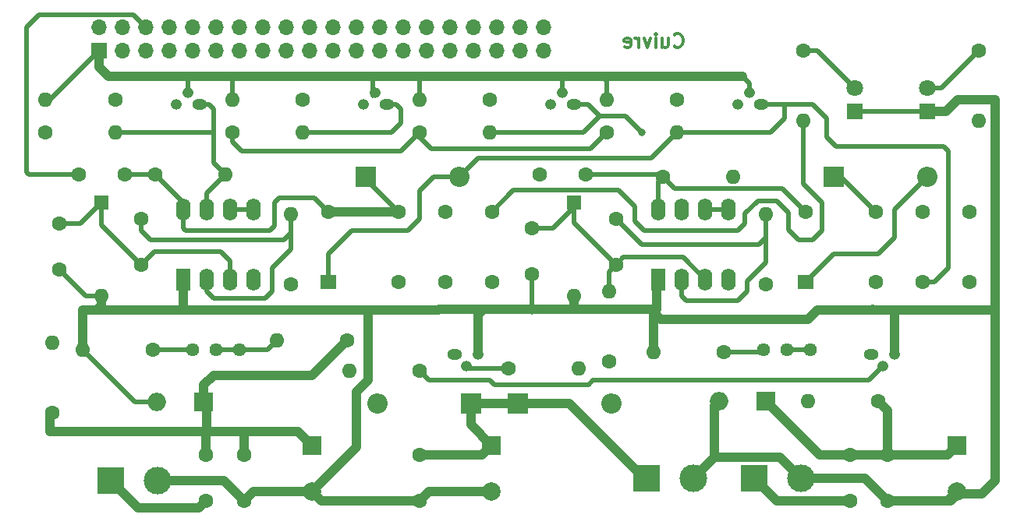
<source format=gbr>
%TF.GenerationSoftware,KiCad,Pcbnew,(5.1.8)-1*%
%TF.CreationDate,2020-12-03T12:02:38+01:00*%
%TF.ProjectId,repartiteur,72657061-7274-4697-9465-75722e6b6963,rev?*%
%TF.SameCoordinates,Original*%
%TF.FileFunction,Copper,L2,Bot*%
%TF.FilePolarity,Positive*%
%FSLAX46Y46*%
G04 Gerber Fmt 4.6, Leading zero omitted, Abs format (unit mm)*
G04 Created by KiCad (PCBNEW (5.1.8)-1) date 2020-12-03 12:02:38*
%MOMM*%
%LPD*%
G01*
G04 APERTURE LIST*
%TA.AperFunction,NonConductor*%
%ADD10C,0.300000*%
%TD*%
%TA.AperFunction,ComponentPad*%
%ADD11O,1.600000X1.600000*%
%TD*%
%TA.AperFunction,ComponentPad*%
%ADD12C,1.600000*%
%TD*%
%TA.AperFunction,ComponentPad*%
%ADD13O,1.200000X1.200000*%
%TD*%
%TA.AperFunction,ComponentPad*%
%ADD14O,1.600000X1.200000*%
%TD*%
%TA.AperFunction,ComponentPad*%
%ADD15R,1.800000X1.600000*%
%TD*%
%TA.AperFunction,ComponentPad*%
%ADD16R,1.600000X1.600000*%
%TD*%
%TA.AperFunction,ComponentPad*%
%ADD17O,2.200000X2.200000*%
%TD*%
%TA.AperFunction,ComponentPad*%
%ADD18R,2.200000X2.200000*%
%TD*%
%TA.AperFunction,ComponentPad*%
%ADD19O,2.000000X2.000000*%
%TD*%
%TA.AperFunction,ComponentPad*%
%ADD20R,2.000000X2.000000*%
%TD*%
%TA.AperFunction,ComponentPad*%
%ADD21C,3.000000*%
%TD*%
%TA.AperFunction,ComponentPad*%
%ADD22R,3.000000X3.000000*%
%TD*%
%TA.AperFunction,ComponentPad*%
%ADD23O,1.700000X1.700000*%
%TD*%
%TA.AperFunction,ComponentPad*%
%ADD24R,1.700000X1.700000*%
%TD*%
%TA.AperFunction,ComponentPad*%
%ADD25C,1.440000*%
%TD*%
%TA.AperFunction,ComponentPad*%
%ADD26O,1.600000X2.400000*%
%TD*%
%TA.AperFunction,ComponentPad*%
%ADD27R,1.600000X2.400000*%
%TD*%
%TA.AperFunction,ComponentPad*%
%ADD28C,2.000000*%
%TD*%
%TA.AperFunction,ComponentPad*%
%ADD29C,1.800000*%
%TD*%
%TA.AperFunction,ComponentPad*%
%ADD30R,1.800000X1.800000*%
%TD*%
%TA.AperFunction,ViaPad*%
%ADD31C,0.800000*%
%TD*%
%TA.AperFunction,Conductor*%
%ADD32C,0.500000*%
%TD*%
%TA.AperFunction,Conductor*%
%ADD33C,1.000000*%
%TD*%
G04 APERTURE END LIST*
D10*
X173700000Y-66575714D02*
X173771428Y-66647142D01*
X173985714Y-66718571D01*
X174128571Y-66718571D01*
X174342857Y-66647142D01*
X174485714Y-66504285D01*
X174557142Y-66361428D01*
X174628571Y-66075714D01*
X174628571Y-65861428D01*
X174557142Y-65575714D01*
X174485714Y-65432857D01*
X174342857Y-65290000D01*
X174128571Y-65218571D01*
X173985714Y-65218571D01*
X173771428Y-65290000D01*
X173700000Y-65361428D01*
X172414285Y-65718571D02*
X172414285Y-66718571D01*
X173057142Y-65718571D02*
X173057142Y-66504285D01*
X172985714Y-66647142D01*
X172842857Y-66718571D01*
X172628571Y-66718571D01*
X172485714Y-66647142D01*
X172414285Y-66575714D01*
X171700000Y-66718571D02*
X171700000Y-65718571D01*
X171700000Y-65218571D02*
X171771428Y-65290000D01*
X171700000Y-65361428D01*
X171628571Y-65290000D01*
X171700000Y-65218571D01*
X171700000Y-65361428D01*
X171128571Y-65718571D02*
X170771428Y-66718571D01*
X170414285Y-65718571D01*
X169842857Y-66718571D02*
X169842857Y-65718571D01*
X169842857Y-66004285D02*
X169771428Y-65861428D01*
X169700000Y-65790000D01*
X169557142Y-65718571D01*
X169414285Y-65718571D01*
X168342857Y-66647142D02*
X168485714Y-66718571D01*
X168771428Y-66718571D01*
X168914285Y-66647142D01*
X168985714Y-66504285D01*
X168985714Y-65932857D01*
X168914285Y-65790000D01*
X168771428Y-65718571D01*
X168485714Y-65718571D01*
X168342857Y-65790000D01*
X168271428Y-65932857D01*
X168271428Y-66075714D01*
X168985714Y-66218571D01*
D11*
%TO.P,R17,2*%
%TO.N,GNDA*%
X171450000Y-99822000D03*
D12*
%TO.P,R17,1*%
%TO.N,Net-(C7-Pad1)*%
X179070000Y-99822000D03*
%TD*%
D13*
%TO.P,Q1,3*%
%TO.N,Net-(J2-Pad13)*%
X119634000Y-72898000D03*
%TO.P,Q1,2*%
%TO.N,/3\u002C3V*%
X120904000Y-71628000D03*
D14*
%TO.P,Q1,1*%
%TO.N,Net-(Q1-Pad1)*%
X122174000Y-72898000D03*
%TD*%
D13*
%TO.P,Q3,3*%
%TO.N,Net-(J2-Pad37)*%
X180594000Y-72898000D03*
%TO.P,Q3,2*%
%TO.N,/3\u002C3V*%
X181864000Y-71628000D03*
D14*
%TO.P,Q3,1*%
%TO.N,Net-(D2-Pad2)*%
X183134000Y-72898000D03*
%TD*%
D13*
%TO.P,Q4,3*%
%TO.N,Net-(J2-Pad22)*%
X160274000Y-72898000D03*
%TO.P,Q4,2*%
%TO.N,/3\u002C3V*%
X161544000Y-71628000D03*
D14*
%TO.P,Q4,1*%
%TO.N,Net-(D5-Pad2)*%
X162814000Y-72898000D03*
%TD*%
D13*
%TO.P,Q6,3*%
%TO.N,Net-(J2-Pad18)*%
X139954000Y-72898000D03*
%TO.P,Q6,2*%
%TO.N,/3\u002C3V*%
X141224000Y-71628000D03*
D14*
%TO.P,Q6,1*%
%TO.N,Net-(Q6-Pad1)*%
X142494000Y-72898000D03*
%TD*%
D11*
%TO.P,R3,2*%
%TO.N,Net-(C4-Pad1)*%
X132080000Y-84836000D03*
D12*
%TO.P,R3,1*%
%TO.N,Net-(Q1-Pad1)*%
X132080000Y-92456000D03*
%TD*%
%TO.P,K2,12*%
%TO.N,Net-(D2-Pad2)*%
X200660000Y-92202000D03*
%TO.P,K2,14*%
%TO.N,Net-(K2-Pad14)*%
X205740000Y-92202000D03*
%TO.P,K2,11*%
%TO.N,Net-(K2-Pad11)*%
X195580000Y-92202000D03*
%TO.P,K2,A2*%
%TO.N,/VDD2_AF*%
X187960000Y-84582000D03*
D15*
%TO.P,K2,A1*%
%TO.N,Net-(D5-Pad2)*%
X187960000Y-92202000D03*
D12*
%TO.P,K2,24*%
%TO.N,Net-(D4-Pad2)*%
X205740000Y-84582000D03*
%TO.P,K2,22*%
%TO.N,Net-(K2-Pad22)*%
X200660000Y-84582000D03*
%TO.P,K2,21*%
%TO.N,/VDD2_AF*%
X195580000Y-84582000D03*
%TD*%
D11*
%TO.P,R11,2*%
%TO.N,/3\u002C3V*%
X146050000Y-72390000D03*
D12*
%TO.P,R11,1*%
%TO.N,Net-(J2-Pad22)*%
X153670000Y-72390000D03*
%TD*%
D11*
%TO.P,R8,2*%
%TO.N,Net-(D2-Pad2)*%
X173990000Y-75946000D03*
D12*
%TO.P,R8,1*%
%TO.N,/VDD_OUT*%
X166370000Y-75946000D03*
%TD*%
D11*
%TO.P,R9,2*%
%TO.N,/3\u002C3V*%
X166370000Y-72390000D03*
D12*
%TO.P,R9,1*%
%TO.N,Net-(J2-Pad37)*%
X173990000Y-72390000D03*
%TD*%
%TO.P,C1,2*%
%TO.N,GNDA*%
X106934000Y-90852000D03*
%TO.P,C1,1*%
%TO.N,/Vref1*%
X106934000Y-85852000D03*
%TD*%
%TO.P,C3,2*%
%TO.N,GNDA*%
X127000000Y-115980000D03*
%TO.P,C3,1*%
%TO.N,/VDD1_AF*%
X127000000Y-110980000D03*
%TD*%
%TO.P,C4,2*%
%TO.N,/Vref1*%
X115824000Y-90344000D03*
%TO.P,C4,1*%
%TO.N,Net-(C4-Pad1)*%
X115824000Y-85344000D03*
%TD*%
%TO.P,C7,2*%
%TO.N,/Vref2*%
X167386000Y-90344000D03*
%TO.P,C7,1*%
%TO.N,Net-(C7-Pad1)*%
X167386000Y-85344000D03*
%TD*%
%TO.P,C9,2*%
%TO.N,GNDA*%
X196850000Y-115998000D03*
%TO.P,C9,1*%
%TO.N,/VDD2_AF*%
X196850000Y-110998000D03*
%TD*%
%TO.P,C10,2*%
%TO.N,GNDA*%
X158242000Y-91360000D03*
%TO.P,C10,1*%
%TO.N,/Vref2*%
X158242000Y-86360000D03*
%TD*%
%TO.P,C11,2*%
%TO.N,GNDA*%
X109046000Y-80518000D03*
%TO.P,C11,1*%
%TO.N,/VDD1_AF*%
X114046000Y-80518000D03*
%TD*%
%TO.P,C12,2*%
%TO.N,GNDA*%
X159084000Y-80518000D03*
%TO.P,C12,1*%
%TO.N,/VDD2_AF*%
X164084000Y-80518000D03*
%TD*%
D11*
%TO.P,D1,2*%
%TO.N,GNDA*%
X111506000Y-93726000D03*
D16*
%TO.P,D1,1*%
%TO.N,/Vref1*%
X111506000Y-83566000D03*
%TD*%
D17*
%TO.P,D2,2*%
%TO.N,Net-(D2-Pad2)*%
X150368000Y-80772000D03*
D18*
%TO.P,D2,1*%
%TO.N,/VDD1_AF*%
X140208000Y-80772000D03*
%TD*%
D17*
%TO.P,D3,2*%
%TO.N,Net-(D3-Pad2)*%
X141478000Y-105410000D03*
D18*
%TO.P,D3,1*%
%TO.N,/VDD_OUT*%
X151638000Y-105410000D03*
%TD*%
D17*
%TO.P,D4,2*%
%TO.N,Net-(D4-Pad2)*%
X166878000Y-105410000D03*
D18*
%TO.P,D4,1*%
%TO.N,/VDD_OUT*%
X156718000Y-105410000D03*
%TD*%
D17*
%TO.P,D5,2*%
%TO.N,Net-(D5-Pad2)*%
X201168000Y-80772000D03*
D18*
%TO.P,D5,1*%
%TO.N,/VDD2_AF*%
X191008000Y-80772000D03*
%TD*%
D11*
%TO.P,D6,2*%
%TO.N,GNDA*%
X162814000Y-93726000D03*
D16*
%TO.P,D6,1*%
%TO.N,/Vref2*%
X162814000Y-83566000D03*
%TD*%
D19*
%TO.P,D7,2*%
%TO.N,GNDA*%
X117540000Y-105230000D03*
D20*
%TO.P,D7,1*%
%TO.N,/VDD1_AF*%
X122620000Y-105230000D03*
%TD*%
D19*
%TO.P,D8,2*%
%TO.N,GNDA*%
X178562000Y-105156000D03*
D20*
%TO.P,D8,1*%
%TO.N,/VDD2_AF*%
X183642000Y-105156000D03*
%TD*%
D12*
%TO.P,F1,2*%
%TO.N,/VDD1*%
X122870000Y-115980000D03*
%TO.P,F1,1*%
%TO.N,/VDD1_AF*%
X122870000Y-110980000D03*
%TD*%
%TO.P,F2,2*%
%TO.N,/VDD2*%
X192786000Y-115998000D03*
%TO.P,F2,1*%
%TO.N,/VDD2_AF*%
X192786000Y-110998000D03*
%TD*%
D21*
%TO.P,J1,2*%
%TO.N,GNDA*%
X117602000Y-113792000D03*
D22*
%TO.P,J1,1*%
%TO.N,/VDD1*%
X112522000Y-113792000D03*
%TD*%
D23*
%TO.P,J2,40*%
%TO.N,Net-(J2-Pad40)*%
X159512000Y-64516000D03*
%TO.P,J2,39*%
%TO.N,Net-(J2-Pad39)*%
X159512000Y-67056000D03*
%TO.P,J2,38*%
%TO.N,Net-(J2-Pad38)*%
X156972000Y-64516000D03*
%TO.P,J2,37*%
%TO.N,Net-(J2-Pad37)*%
X156972000Y-67056000D03*
%TO.P,J2,36*%
%TO.N,Net-(J2-Pad36)*%
X154432000Y-64516000D03*
%TO.P,J2,35*%
%TO.N,Net-(J2-Pad35)*%
X154432000Y-67056000D03*
%TO.P,J2,34*%
%TO.N,Net-(J2-Pad34)*%
X151892000Y-64516000D03*
%TO.P,J2,33*%
%TO.N,Net-(J2-Pad33)*%
X151892000Y-67056000D03*
%TO.P,J2,32*%
%TO.N,Net-(J2-Pad32)*%
X149352000Y-64516000D03*
%TO.P,J2,31*%
%TO.N,Net-(J2-Pad31)*%
X149352000Y-67056000D03*
%TO.P,J2,30*%
%TO.N,Net-(J2-Pad30)*%
X146812000Y-64516000D03*
%TO.P,J2,29*%
%TO.N,Net-(J2-Pad29)*%
X146812000Y-67056000D03*
%TO.P,J2,28*%
%TO.N,Net-(J2-Pad28)*%
X144272000Y-64516000D03*
%TO.P,J2,27*%
%TO.N,Net-(J2-Pad27)*%
X144272000Y-67056000D03*
%TO.P,J2,26*%
%TO.N,Net-(J2-Pad26)*%
X141732000Y-64516000D03*
%TO.P,J2,25*%
%TO.N,Net-(J2-Pad25)*%
X141732000Y-67056000D03*
%TO.P,J2,24*%
%TO.N,Net-(J2-Pad24)*%
X139192000Y-64516000D03*
%TO.P,J2,23*%
%TO.N,Net-(J2-Pad23)*%
X139192000Y-67056000D03*
%TO.P,J2,22*%
%TO.N,Net-(J2-Pad22)*%
X136652000Y-64516000D03*
%TO.P,J2,21*%
%TO.N,Net-(J2-Pad21)*%
X136652000Y-67056000D03*
%TO.P,J2,20*%
%TO.N,Net-(J2-Pad20)*%
X134112000Y-64516000D03*
%TO.P,J2,19*%
%TO.N,Net-(J2-Pad19)*%
X134112000Y-67056000D03*
%TO.P,J2,18*%
%TO.N,Net-(J2-Pad18)*%
X131572000Y-64516000D03*
%TO.P,J2,17*%
%TO.N,Net-(J2-Pad17)*%
X131572000Y-67056000D03*
%TO.P,J2,16*%
%TO.N,Net-(J2-Pad16)*%
X129032000Y-64516000D03*
%TO.P,J2,15*%
%TO.N,Net-(J2-Pad15)*%
X129032000Y-67056000D03*
%TO.P,J2,14*%
%TO.N,Net-(J2-Pad14)*%
X126492000Y-64516000D03*
%TO.P,J2,13*%
%TO.N,Net-(J2-Pad13)*%
X126492000Y-67056000D03*
%TO.P,J2,12*%
%TO.N,Net-(J2-Pad12)*%
X123952000Y-64516000D03*
%TO.P,J2,11*%
%TO.N,Net-(J2-Pad11)*%
X123952000Y-67056000D03*
%TO.P,J2,10*%
%TO.N,Net-(J2-Pad10)*%
X121412000Y-64516000D03*
%TO.P,J2,9*%
%TO.N,Net-(J2-Pad9)*%
X121412000Y-67056000D03*
%TO.P,J2,8*%
%TO.N,Net-(J2-Pad8)*%
X118872000Y-64516000D03*
%TO.P,J2,7*%
%TO.N,Net-(J2-Pad7)*%
X118872000Y-67056000D03*
%TO.P,J2,6*%
%TO.N,GNDA*%
X116332000Y-64516000D03*
%TO.P,J2,5*%
%TO.N,Net-(J2-Pad5)*%
X116332000Y-67056000D03*
%TO.P,J2,4*%
%TO.N,Net-(J2-Pad4)*%
X113792000Y-64516000D03*
%TO.P,J2,3*%
%TO.N,Net-(J2-Pad3)*%
X113792000Y-67056000D03*
%TO.P,J2,2*%
%TO.N,Net-(J2-Pad2)*%
X111252000Y-64516000D03*
D24*
%TO.P,J2,1*%
%TO.N,/3\u002C3V*%
X111252000Y-67056000D03*
%TD*%
D21*
%TO.P,J3,2*%
%TO.N,GNDA*%
X175768000Y-113538000D03*
D22*
%TO.P,J3,1*%
%TO.N,/VDD_OUT*%
X170688000Y-113538000D03*
%TD*%
D21*
%TO.P,J4,2*%
%TO.N,GNDA*%
X187452000Y-113538000D03*
D22*
%TO.P,J4,1*%
%TO.N,/VDD2*%
X182372000Y-113538000D03*
%TD*%
D12*
%TO.P,K1,12*%
%TO.N,Net-(D5-Pad2)*%
X148844000Y-92202000D03*
%TO.P,K1,14*%
%TO.N,Net-(K1-Pad14)*%
X153924000Y-92202000D03*
%TO.P,K1,11*%
%TO.N,Net-(K1-Pad11)*%
X143764000Y-92202000D03*
%TO.P,K1,A2*%
%TO.N,/VDD1_AF*%
X136144000Y-84582000D03*
D15*
%TO.P,K1,A1*%
%TO.N,Net-(D2-Pad2)*%
X136144000Y-92202000D03*
D12*
%TO.P,K1,24*%
%TO.N,Net-(D3-Pad2)*%
X153924000Y-84582000D03*
%TO.P,K1,22*%
%TO.N,Net-(K1-Pad22)*%
X148844000Y-84582000D03*
%TO.P,K1,21*%
%TO.N,/VDD1_AF*%
X143764000Y-84582000D03*
%TD*%
D13*
%TO.P,Q2,3*%
%TO.N,GNDA*%
X197612000Y-100076000D03*
%TO.P,Q2,2*%
%TO.N,Net-(Q2-Pad2)*%
X196342000Y-101346000D03*
D14*
%TO.P,Q2,1*%
%TO.N,Net-(K2-Pad11)*%
X195072000Y-100076000D03*
%TD*%
D13*
%TO.P,Q5,3*%
%TO.N,GNDA*%
X152400000Y-100076000D03*
%TO.P,Q5,2*%
%TO.N,Net-(Q5-Pad2)*%
X151130000Y-101346000D03*
D14*
%TO.P,Q5,1*%
%TO.N,Net-(K1-Pad11)*%
X149860000Y-100076000D03*
%TD*%
D11*
%TO.P,R1,2*%
%TO.N,/Vref1*%
X106172000Y-98806000D03*
D12*
%TO.P,R1,1*%
%TO.N,/VDD1_AF*%
X106172000Y-106426000D03*
%TD*%
D11*
%TO.P,R2,2*%
%TO.N,GNDA*%
X109474000Y-99568000D03*
D12*
%TO.P,R2,1*%
%TO.N,Net-(C4-Pad1)*%
X117094000Y-99568000D03*
%TD*%
D11*
%TO.P,R4,2*%
%TO.N,Net-(Q1-Pad1)*%
X124968000Y-80518000D03*
D12*
%TO.P,R4,1*%
%TO.N,/VDD1_AF*%
X117348000Y-80518000D03*
%TD*%
D11*
%TO.P,R5,2*%
%TO.N,Net-(Q1-Pad1)*%
X113030000Y-75946000D03*
D12*
%TO.P,R5,1*%
%TO.N,/VDD_OUT*%
X105410000Y-75946000D03*
%TD*%
D11*
%TO.P,R6,2*%
%TO.N,Net-(Q1-Pad1)*%
X138430000Y-101854000D03*
D12*
%TO.P,R6,1*%
%TO.N,Net-(Q2-Pad2)*%
X146050000Y-101854000D03*
%TD*%
D11*
%TO.P,R7,2*%
%TO.N,/3\u002C3V*%
X105410000Y-72390000D03*
D12*
%TO.P,R7,1*%
%TO.N,Net-(J2-Pad13)*%
X113030000Y-72390000D03*
%TD*%
D11*
%TO.P,R10,2*%
%TO.N,Net-(D5-Pad2)*%
X153670000Y-75946000D03*
D12*
%TO.P,R10,1*%
%TO.N,/VDD_OUT*%
X146050000Y-75946000D03*
%TD*%
D11*
%TO.P,R12,2*%
%TO.N,Net-(Q6-Pad1)*%
X163322000Y-101600000D03*
D12*
%TO.P,R12,1*%
%TO.N,Net-(Q5-Pad2)*%
X155702000Y-101600000D03*
%TD*%
D11*
%TO.P,R13,2*%
%TO.N,Net-(Q6-Pad1)*%
X180086000Y-80772000D03*
D12*
%TO.P,R13,1*%
%TO.N,/VDD2_AF*%
X172466000Y-80772000D03*
%TD*%
D11*
%TO.P,R14,2*%
%TO.N,Net-(Q6-Pad1)*%
X133350000Y-75946000D03*
D12*
%TO.P,R14,1*%
%TO.N,/VDD_OUT*%
X125730000Y-75946000D03*
%TD*%
D11*
%TO.P,R15,2*%
%TO.N,Net-(C7-Pad1)*%
X183642000Y-84836000D03*
D12*
%TO.P,R15,1*%
%TO.N,Net-(Q6-Pad1)*%
X183642000Y-92456000D03*
%TD*%
D11*
%TO.P,R16,2*%
%TO.N,/3\u002C3V*%
X125730000Y-72390000D03*
D12*
%TO.P,R16,1*%
%TO.N,Net-(J2-Pad18)*%
X133350000Y-72390000D03*
%TD*%
D11*
%TO.P,R18,2*%
%TO.N,/Vref2*%
X166624000Y-93218000D03*
D12*
%TO.P,R18,1*%
%TO.N,/VDD2_AF*%
X166624000Y-100838000D03*
%TD*%
D11*
%TO.P,R19,2*%
%TO.N,Net-(R19-Pad2)*%
X130556000Y-98552000D03*
D12*
%TO.P,R19,1*%
%TO.N,/VDD1_AF*%
X138176000Y-98552000D03*
%TD*%
D11*
%TO.P,R20,2*%
%TO.N,Net-(R20-Pad2)*%
X188214000Y-105156000D03*
D12*
%TO.P,R20,1*%
%TO.N,/VDD2_AF*%
X195834000Y-105156000D03*
%TD*%
D25*
%TO.P,RV1,3*%
%TO.N,Net-(C4-Pad1)*%
X121412000Y-99568000D03*
%TO.P,RV1,2*%
%TO.N,Net-(R19-Pad2)*%
X123952000Y-99568000D03*
%TO.P,RV1,1*%
X126492000Y-99568000D03*
%TD*%
%TO.P,RV2,3*%
%TO.N,Net-(C7-Pad1)*%
X183388000Y-99568000D03*
%TO.P,RV2,2*%
%TO.N,Net-(R20-Pad2)*%
X185928000Y-99568000D03*
%TO.P,RV2,1*%
X188468000Y-99568000D03*
%TD*%
D26*
%TO.P,U1,8*%
%TO.N,/VDD1_AF*%
X120396000Y-84328000D03*
%TO.P,U1,4*%
%TO.N,GNDA*%
X128016000Y-91948000D03*
%TO.P,U1,7*%
%TO.N,Net-(Q1-Pad1)*%
X122936000Y-84328000D03*
%TO.P,U1,3*%
%TO.N,/Vref1*%
X125476000Y-91948000D03*
%TO.P,U1,6*%
%TO.N,Net-(U1-Pad5)*%
X125476000Y-84328000D03*
%TO.P,U1,2*%
%TO.N,Net-(C4-Pad1)*%
X122936000Y-91948000D03*
%TO.P,U1,5*%
%TO.N,Net-(U1-Pad5)*%
X128016000Y-84328000D03*
D27*
%TO.P,U1,1*%
%TO.N,GNDA*%
X120396000Y-91948000D03*
%TD*%
D26*
%TO.P,U2,8*%
%TO.N,/VDD2_AF*%
X171958000Y-84328000D03*
%TO.P,U2,4*%
%TO.N,GNDA*%
X179578000Y-91948000D03*
%TO.P,U2,7*%
%TO.N,Net-(Q6-Pad1)*%
X174498000Y-84328000D03*
%TO.P,U2,3*%
%TO.N,/Vref2*%
X177038000Y-91948000D03*
%TO.P,U2,6*%
%TO.N,Net-(U2-Pad5)*%
X177038000Y-84328000D03*
%TO.P,U2,2*%
%TO.N,Net-(C7-Pad1)*%
X174498000Y-91948000D03*
%TO.P,U2,5*%
%TO.N,Net-(U2-Pad5)*%
X179578000Y-84328000D03*
D27*
%TO.P,U2,1*%
%TO.N,GNDA*%
X171958000Y-91948000D03*
%TD*%
D12*
%TO.P,C5,2*%
%TO.N,GNDA*%
X146050000Y-115998000D03*
%TO.P,C5,1*%
%TO.N,/VDD_OUT*%
X146050000Y-110998000D03*
%TD*%
D28*
%TO.P,C2,2*%
%TO.N,GNDA*%
X134370000Y-114980000D03*
D20*
%TO.P,C2,1*%
%TO.N,/VDD1_AF*%
X134370000Y-109980000D03*
%TD*%
D28*
%TO.P,C6,2*%
%TO.N,GNDA*%
X153870000Y-114980000D03*
D20*
%TO.P,C6,1*%
%TO.N,/VDD_OUT*%
X153870000Y-109980000D03*
%TD*%
D28*
%TO.P,C8,2*%
%TO.N,GNDA*%
X204370000Y-114980000D03*
D20*
%TO.P,C8,1*%
%TO.N,/VDD2_AF*%
X204370000Y-109980000D03*
%TD*%
D29*
%TO.P,D9,2*%
%TO.N,Net-(D9-Pad2)*%
X193294000Y-71120000D03*
D30*
%TO.P,D9,1*%
%TO.N,GNDA*%
X193294000Y-73660000D03*
%TD*%
D29*
%TO.P,D10,2*%
%TO.N,Net-(D10-Pad2)*%
X201168000Y-71120000D03*
D30*
%TO.P,D10,1*%
%TO.N,GNDA*%
X201168000Y-73660000D03*
%TD*%
D11*
%TO.P,R21,2*%
%TO.N,Net-(D3-Pad2)*%
X187706000Y-74676000D03*
D12*
%TO.P,R21,1*%
%TO.N,Net-(D9-Pad2)*%
X187706000Y-67056000D03*
%TD*%
D11*
%TO.P,R22,2*%
%TO.N,Net-(D4-Pad2)*%
X206756000Y-74676000D03*
D12*
%TO.P,R22,1*%
%TO.N,Net-(D10-Pad2)*%
X206756000Y-67056000D03*
%TD*%
D31*
%TO.N,Net-(D5-Pad2)*%
X170180000Y-75946000D03*
%TD*%
D32*
%TO.N,/Vref1*%
X115824000Y-90344000D02*
X117268000Y-88900000D01*
X117268000Y-88900000D02*
X124460000Y-88900000D01*
X125476000Y-89916000D02*
X125476000Y-91948000D01*
X124460000Y-88900000D02*
X125476000Y-89916000D01*
X109220000Y-85852000D02*
X111506000Y-83566000D01*
X106934000Y-85852000D02*
X109220000Y-85852000D01*
X111506000Y-86026000D02*
X115824000Y-90344000D01*
X111506000Y-83566000D02*
X111506000Y-86026000D01*
%TO.N,GNDA*%
X201168000Y-73660000D02*
X193294000Y-73660000D01*
D33*
X194390000Y-113538000D02*
X196850000Y-115998000D01*
X187452000Y-113538000D02*
X194390000Y-113538000D01*
X185201999Y-111287999D02*
X187452000Y-113538000D01*
X175768000Y-113538000D02*
X178018001Y-111287999D01*
X124812000Y-113792000D02*
X127000000Y-115980000D01*
X117602000Y-113792000D02*
X124812000Y-113792000D01*
X147068000Y-114980000D02*
X146050000Y-115998000D01*
X153870000Y-114980000D02*
X147068000Y-114980000D01*
X135388000Y-115998000D02*
X134370000Y-114980000D01*
X146050000Y-115998000D02*
X135388000Y-115998000D01*
X128000000Y-114980000D02*
X127000000Y-115980000D01*
X134370000Y-114980000D02*
X128000000Y-114980000D01*
D32*
X115136000Y-105230000D02*
X109474000Y-99568000D01*
X117540000Y-105230000D02*
X115136000Y-105230000D01*
D33*
X203708000Y-115998000D02*
X204470000Y-115236000D01*
X204470000Y-115236000D02*
X207090000Y-115236000D01*
X207090000Y-115236000D02*
X208534000Y-113792000D01*
X208280000Y-95250000D02*
X208534000Y-95504000D01*
X140462000Y-102870000D02*
X140462000Y-95250000D01*
X134370000Y-114980000D02*
X139174001Y-110175999D01*
X140462000Y-95250000D02*
X148082000Y-95250000D01*
X195275200Y-95199200D02*
X195326000Y-95250000D01*
D32*
X114981999Y-63165999D02*
X116332000Y-64516000D01*
X103395010Y-64498990D02*
X104728001Y-63165999D01*
X103395010Y-77978000D02*
X103395010Y-64498990D01*
X104728001Y-63165999D02*
X114981999Y-63165999D01*
X109046000Y-80518000D02*
X103632000Y-80518000D01*
X103632000Y-80518000D02*
X103395010Y-80281010D01*
X103395010Y-80281010D02*
X103395010Y-77978000D01*
X103395010Y-77978000D02*
X103395010Y-77724000D01*
D33*
X120396000Y-91948000D02*
X120396000Y-94996000D01*
X120396000Y-94996000D02*
X120142000Y-95250000D01*
X120142000Y-95250000D02*
X140462000Y-95250000D01*
X110998000Y-95250000D02*
X120142000Y-95250000D01*
D32*
X109808000Y-93726000D02*
X106934000Y-90852000D01*
X111506000Y-93726000D02*
X109808000Y-93726000D01*
D33*
X111506000Y-94742000D02*
X110998000Y-95250000D01*
X111506000Y-93726000D02*
X111506000Y-94742000D01*
X110998000Y-95250000D02*
X109474000Y-95250000D01*
X109474000Y-99568000D02*
X109474000Y-95250000D01*
X148132800Y-95199200D02*
X148082000Y-95250000D01*
X162814000Y-95148400D02*
X162763200Y-95199200D01*
X162814000Y-93726000D02*
X162814000Y-95148400D01*
D32*
X158242000Y-91360000D02*
X158242000Y-95504000D01*
D33*
X178018001Y-111287999D02*
X185201999Y-111287999D01*
X171754800Y-95199200D02*
X162763200Y-95199200D01*
X152400000Y-95758000D02*
X152958800Y-95199200D01*
X152400000Y-100076000D02*
X152400000Y-95758000D01*
X152958800Y-95199200D02*
X148132800Y-95199200D01*
X162763200Y-95199200D02*
X152958800Y-95199200D01*
X197866000Y-95250000D02*
X208280000Y-95250000D01*
X195326000Y-95250000D02*
X197866000Y-95250000D01*
X178018001Y-105699999D02*
X178562000Y-105156000D01*
X178018001Y-111287999D02*
X178018001Y-105699999D01*
X203352000Y-115998000D02*
X204370000Y-114980000D01*
X196850000Y-115998000D02*
X203352000Y-115998000D01*
X208534000Y-113792000D02*
X208534000Y-95504000D01*
X208534000Y-95504000D02*
X208534000Y-72390000D01*
X203200000Y-73660000D02*
X204470000Y-72390000D01*
X201168000Y-73660000D02*
X203200000Y-73660000D01*
X208534000Y-72390000D02*
X204470000Y-72390000D01*
X197612000Y-95504000D02*
X197866000Y-95250000D01*
X197612000Y-100076000D02*
X197612000Y-95504000D01*
X171450000Y-95504000D02*
X171754800Y-95199200D01*
X171450000Y-99822000D02*
X171450000Y-95504000D01*
X171754800Y-92151200D02*
X171958000Y-91948000D01*
X171754800Y-95199200D02*
X171754800Y-92151200D01*
X172212000Y-96266000D02*
X171450000Y-95504000D01*
X188214000Y-96266000D02*
X172212000Y-96266000D01*
X189230000Y-95250000D02*
X188214000Y-96266000D01*
X195326000Y-95250000D02*
X189230000Y-95250000D01*
X139174001Y-104122001D02*
X139209999Y-104122001D01*
X139174001Y-110175999D02*
X139174001Y-104122001D01*
X139209999Y-104122001D02*
X140462000Y-102870000D01*
%TO.N,/VDD1_AF*%
X134370000Y-109980000D02*
X134364000Y-109980000D01*
X134364000Y-109980000D02*
X132842000Y-108458000D01*
X105918000Y-106680000D02*
X106172000Y-106426000D01*
X105918000Y-108458000D02*
X105918000Y-106680000D01*
D32*
X114046000Y-80518000D02*
X117348000Y-80518000D01*
X120396000Y-83566000D02*
X120396000Y-84328000D01*
X117348000Y-80518000D02*
X120396000Y-83566000D01*
D33*
X127000000Y-110980000D02*
X127000000Y-108458000D01*
X132842000Y-108458000D02*
X127000000Y-108458000D01*
X122870000Y-108524000D02*
X122936000Y-108458000D01*
X122870000Y-110980000D02*
X122870000Y-108524000D01*
X122936000Y-108458000D02*
X105918000Y-108458000D01*
X127000000Y-108458000D02*
X122936000Y-108458000D01*
D32*
X140208000Y-81026000D02*
X143764000Y-84582000D01*
X140208000Y-80772000D02*
X140208000Y-81026000D01*
D33*
X143764000Y-84582000D02*
X136144000Y-84582000D01*
X122620000Y-103440000D02*
X123698000Y-102362000D01*
X122620000Y-105230000D02*
X122620000Y-103440000D01*
X134366000Y-102362000D02*
X138176000Y-98552000D01*
X123698000Y-102362000D02*
X134366000Y-102362000D01*
X122936000Y-105546000D02*
X122620000Y-105230000D01*
X122936000Y-108458000D02*
X122936000Y-105546000D01*
D32*
X120396000Y-85696020D02*
X120396000Y-84328000D01*
X120396000Y-86360000D02*
X120396000Y-84328000D01*
X120650000Y-86614000D02*
X120396000Y-86360000D01*
X129794000Y-86614000D02*
X127762000Y-86614000D01*
X130302000Y-86106000D02*
X129794000Y-86614000D01*
X130302000Y-83566000D02*
X130302000Y-86106000D01*
X130810000Y-83058000D02*
X130302000Y-83566000D01*
X134620000Y-83058000D02*
X130810000Y-83058000D01*
X136144000Y-84582000D02*
X134620000Y-83058000D01*
X127762000Y-86614000D02*
X120650000Y-86614000D01*
X128270000Y-86614000D02*
X127762000Y-86614000D01*
%TO.N,Net-(C4-Pad1)*%
X121412000Y-99568000D02*
X117094000Y-99568000D01*
X115824000Y-85344000D02*
X115824000Y-86614000D01*
X115824000Y-86614000D02*
X116840000Y-87630000D01*
X116840000Y-87630000D02*
X131318000Y-87630000D01*
X132080000Y-86868000D02*
X132080000Y-84836000D01*
X131318000Y-87630000D02*
X132080000Y-86868000D01*
X132080000Y-88646000D02*
X132080000Y-84836000D01*
X130048000Y-90678000D02*
X132080000Y-88646000D01*
X130048000Y-93218000D02*
X130048000Y-90678000D01*
X129286000Y-93980000D02*
X130048000Y-93218000D01*
X123698000Y-93980000D02*
X129286000Y-93980000D01*
X122936000Y-93218000D02*
X123698000Y-93980000D01*
X122936000Y-91948000D02*
X122936000Y-93218000D01*
D33*
%TO.N,/VDD_OUT*%
X170434000Y-113538000D02*
X162306000Y-105410000D01*
X170688000Y-113538000D02*
X170434000Y-113538000D01*
X162306000Y-105410000D02*
X156718000Y-105410000D01*
X156718000Y-105410000D02*
X151638000Y-105410000D01*
X151638000Y-107748000D02*
X153870000Y-109980000D01*
X151638000Y-105410000D02*
X151638000Y-107748000D01*
X152852000Y-110998000D02*
X153870000Y-109980000D01*
X146050000Y-110998000D02*
X152852000Y-110998000D01*
D32*
X126746000Y-77978000D02*
X144018000Y-77978000D01*
X125730000Y-76962000D02*
X126746000Y-77978000D01*
X144018000Y-77978000D02*
X146050000Y-75946000D01*
X147320000Y-77724000D02*
X146050000Y-76454000D01*
X146050000Y-76454000D02*
X146050000Y-75946000D01*
X164592000Y-77724000D02*
X147320000Y-77724000D01*
X166370000Y-75946000D02*
X164592000Y-77724000D01*
X125730000Y-76962000D02*
X125730000Y-75946000D01*
%TO.N,Net-(C7-Pad1)*%
X182880000Y-88138000D02*
X183642000Y-87376000D01*
X170180000Y-88138000D02*
X182880000Y-88138000D01*
X183642000Y-87376000D02*
X183642000Y-90122491D01*
X183642000Y-84836000D02*
X183642000Y-87376000D01*
X167386000Y-85344000D02*
X170180000Y-88138000D01*
X183134000Y-99822000D02*
X183388000Y-99568000D01*
X179070000Y-99822000D02*
X183134000Y-99822000D01*
X174498000Y-91948000D02*
X174498000Y-92710000D01*
X174498000Y-91948000D02*
X174498000Y-93726000D01*
X174498000Y-93726000D02*
X175006000Y-94234000D01*
X175006000Y-94234000D02*
X180594000Y-94234000D01*
X181586246Y-93241754D02*
X181586246Y-92178246D01*
X180594000Y-94234000D02*
X181586246Y-93241754D01*
X183642000Y-90122491D02*
X181586246Y-92178246D01*
%TO.N,/Vref2*%
X162814000Y-85772000D02*
X167386000Y-90344000D01*
X162814000Y-83566000D02*
X162814000Y-85772000D01*
X174634001Y-89544001D02*
X177038000Y-91948000D01*
X168185999Y-89544001D02*
X174634001Y-89544001D01*
X167386000Y-90344000D02*
X168185999Y-89544001D01*
X158242000Y-86360000D02*
X160528000Y-86360000D01*
X162814000Y-84074000D02*
X162814000Y-83566000D01*
X160528000Y-86360000D02*
X162814000Y-84074000D01*
X166624000Y-91106000D02*
X167386000Y-90344000D01*
X166624000Y-93218000D02*
X166624000Y-91106000D01*
%TO.N,/VDD2_AF*%
X191770000Y-80772000D02*
X191008000Y-80772000D01*
X195580000Y-84582000D02*
X191770000Y-80772000D01*
X172212000Y-80518000D02*
X172466000Y-80772000D01*
X164084000Y-80518000D02*
X172212000Y-80518000D01*
D33*
X196850000Y-110998000D02*
X192786000Y-110998000D01*
X189484000Y-110998000D02*
X183642000Y-105156000D01*
X192786000Y-110998000D02*
X189484000Y-110998000D01*
X196850000Y-106172000D02*
X195834000Y-105156000D01*
X196850000Y-110998000D02*
X196850000Y-106172000D01*
D32*
X171958000Y-81280000D02*
X172466000Y-80772000D01*
X171958000Y-84328000D02*
X171958000Y-81280000D01*
X185450001Y-82072001D02*
X187960000Y-84582000D01*
X172466000Y-80772000D02*
X173766001Y-82072001D01*
D33*
X203352000Y-110998000D02*
X204370000Y-109980000D01*
X196850000Y-110998000D02*
X203352000Y-110998000D01*
D32*
X173766001Y-82072001D02*
X185450001Y-82072001D01*
%TO.N,Net-(D2-Pad2)*%
X184150000Y-75946000D02*
X173990000Y-75946000D01*
X146050000Y-82296000D02*
X147574000Y-80772000D01*
X146050000Y-85344000D02*
X146050000Y-82296000D01*
X144780000Y-86614000D02*
X146050000Y-85344000D01*
X138684000Y-86614000D02*
X144780000Y-86614000D01*
X147574000Y-80772000D02*
X150368000Y-80772000D01*
X136144000Y-89154000D02*
X138684000Y-86614000D01*
X136144000Y-92202000D02*
X136144000Y-89154000D01*
X171196000Y-78740000D02*
X173990000Y-75946000D01*
X152400000Y-78740000D02*
X171196000Y-78740000D01*
X183134000Y-72898000D02*
X184150000Y-72898000D01*
X201930000Y-92202000D02*
X200660000Y-92202000D01*
X202946000Y-77470000D02*
X203454000Y-77978000D01*
X191262000Y-77470000D02*
X202946000Y-77470000D01*
X203454000Y-77978000D02*
X203454000Y-90678000D01*
X190246000Y-76454000D02*
X191262000Y-77470000D01*
X190246000Y-74422000D02*
X190246000Y-76454000D01*
X203454000Y-90678000D02*
X201930000Y-92202000D01*
X188722000Y-72898000D02*
X190246000Y-74422000D01*
X185674000Y-74422000D02*
X185674000Y-72898000D01*
X184150000Y-75946000D02*
X185674000Y-74422000D01*
X185674000Y-72898000D02*
X188722000Y-72898000D01*
X183134000Y-72898000D02*
X185674000Y-72898000D01*
X152400000Y-78740000D02*
X150368000Y-80772000D01*
%TO.N,Net-(D3-Pad2)*%
X156240001Y-82265999D02*
X153924000Y-84582000D01*
X167657508Y-82265999D02*
X156240001Y-82265999D01*
X169441754Y-84050246D02*
X167657508Y-82265999D01*
X169441754Y-85621754D02*
X169441754Y-84050246D01*
X170434000Y-86614000D02*
X169441754Y-85621754D01*
X187706000Y-81534000D02*
X189738000Y-83566000D01*
X189738000Y-83566000D02*
X189738000Y-86614000D01*
X180594000Y-86614000D02*
X170434000Y-86614000D01*
X188722000Y-87630000D02*
X187198000Y-87630000D01*
X187198000Y-87630000D02*
X186108999Y-86540999D01*
X186108999Y-86540999D02*
X186108999Y-84655001D01*
X181332246Y-84812246D02*
X181332246Y-85875754D01*
X187706000Y-74676000D02*
X187706000Y-81534000D01*
X186108999Y-84655001D02*
X184843517Y-83389519D01*
X182754972Y-83389519D02*
X181332246Y-84812246D01*
X184843517Y-83389519D02*
X182754972Y-83389519D01*
X189738000Y-86614000D02*
X188722000Y-87630000D01*
X181332246Y-85875754D02*
X180594000Y-86614000D01*
%TO.N,Net-(D5-Pad2)*%
X191008000Y-89154000D02*
X187960000Y-92202000D01*
X195834000Y-89154000D02*
X191008000Y-89154000D01*
X197612000Y-87376000D02*
X195834000Y-89154000D01*
X197612000Y-84328000D02*
X197612000Y-87376000D01*
X201168000Y-80772000D02*
X197612000Y-84328000D01*
X168402000Y-74168000D02*
X170180000Y-75946000D01*
D33*
%TO.N,/VDD1*%
X122070001Y-116779999D02*
X122870000Y-115980000D01*
X115509999Y-116779999D02*
X122070001Y-116779999D01*
X112522000Y-113792000D02*
X115509999Y-116779999D01*
%TO.N,/VDD2*%
X184832000Y-115998000D02*
X192786000Y-115998000D01*
X182372000Y-113538000D02*
X184832000Y-115998000D01*
%TO.N,/3\u002C3V*%
X111252000Y-67056000D02*
X111252000Y-67564000D01*
X111252000Y-67056000D02*
X111252000Y-68834000D01*
X111252000Y-68834000D02*
X112268000Y-69850000D01*
D32*
X121412000Y-70104000D02*
X121666000Y-69850000D01*
X120904000Y-71992998D02*
X121248999Y-71647999D01*
X111252000Y-67056000D02*
X105918000Y-72390000D01*
X121412000Y-70104000D02*
X121158000Y-69850000D01*
X120904000Y-71628000D02*
X120904000Y-70104000D01*
D33*
X121158000Y-69850000D02*
X121666000Y-69850000D01*
X112268000Y-69850000D02*
X121158000Y-69850000D01*
D32*
%TO.N,Net-(D5-Pad2)*%
X164338000Y-72898000D02*
X165608000Y-74168000D01*
X162814000Y-72898000D02*
X164338000Y-72898000D01*
X165608000Y-74168000D02*
X168402000Y-74168000D01*
X163830000Y-75946000D02*
X165608000Y-74168000D01*
X153670000Y-75946000D02*
X163830000Y-75946000D01*
%TO.N,/3\u002C3V*%
X140970000Y-71992998D02*
X141314999Y-71647999D01*
X140970000Y-70104000D02*
X140970000Y-71992998D01*
X140716000Y-69850000D02*
X140970000Y-70104000D01*
X161544000Y-71628000D02*
X161544000Y-70104000D01*
X161544000Y-70104000D02*
X161290000Y-69850000D01*
D33*
X146050000Y-69850000D02*
X161290000Y-69850000D01*
D32*
X166370000Y-70358000D02*
X165862000Y-69850000D01*
X166370000Y-72390000D02*
X166370000Y-70358000D01*
D33*
X165862000Y-69850000D02*
X181102000Y-69850000D01*
X161290000Y-69850000D02*
X165862000Y-69850000D01*
D32*
X181864000Y-70612000D02*
X181102000Y-69850000D01*
X181864000Y-71628000D02*
X181864000Y-70612000D01*
X146050000Y-72390000D02*
X146050000Y-69850000D01*
D33*
X125730000Y-69850000D02*
X146050000Y-69850000D01*
D32*
X125730000Y-72390000D02*
X125730000Y-69850000D01*
D33*
X121666000Y-69850000D02*
X125730000Y-69850000D01*
D32*
%TO.N,Net-(Q1-Pad1)*%
X123698000Y-75946000D02*
X113030000Y-75946000D01*
X122174000Y-72898000D02*
X123190000Y-72898000D01*
X123698000Y-79248000D02*
X124968000Y-80518000D01*
X123190000Y-72898000D02*
X123698000Y-73406000D01*
X123698000Y-75946000D02*
X123698000Y-79248000D01*
X123698000Y-73406000D02*
X123698000Y-75946000D01*
X122936000Y-82550000D02*
X124968000Y-80518000D01*
X122936000Y-84328000D02*
X122936000Y-82550000D01*
%TO.N,Net-(Q2-Pad2)*%
X194787999Y-102900001D02*
X196342000Y-101346000D01*
X164398002Y-103378000D02*
X164876001Y-102900001D01*
X154178000Y-103378000D02*
X164398002Y-103378000D01*
X153700001Y-102900001D02*
X154178000Y-103378000D01*
X147096001Y-102900001D02*
X153700001Y-102900001D01*
X164876001Y-102900001D02*
X194787999Y-102900001D01*
X146050000Y-101854000D02*
X147096001Y-102900001D01*
%TO.N,Net-(Q5-Pad2)*%
X151384000Y-101600000D02*
X151130000Y-101346000D01*
X155702000Y-101600000D02*
X151384000Y-101600000D01*
%TO.N,Net-(Q6-Pad1)*%
X133350000Y-75946000D02*
X143002000Y-75946000D01*
X144018000Y-74930000D02*
X144018000Y-73406000D01*
X143002000Y-75946000D02*
X144018000Y-74930000D01*
X142494000Y-72898000D02*
X143510000Y-72898000D01*
X143510000Y-72898000D02*
X144018000Y-73406000D01*
%TO.N,Net-(R19-Pad2)*%
X123952000Y-99568000D02*
X126492000Y-99568000D01*
X129540000Y-99568000D02*
X130556000Y-98552000D01*
X126492000Y-99568000D02*
X129540000Y-99568000D01*
%TO.N,Net-(R20-Pad2)*%
X188468000Y-99568000D02*
X185928000Y-99568000D01*
%TO.N,Net-(U1-Pad5)*%
X128016000Y-84328000D02*
X125476000Y-84328000D01*
%TO.N,Net-(U2-Pad5)*%
X179578000Y-84328000D02*
X177038000Y-84328000D01*
%TO.N,Net-(D9-Pad2)*%
X189230000Y-67056000D02*
X193294000Y-71120000D01*
X187706000Y-67056000D02*
X189230000Y-67056000D01*
%TO.N,Net-(D10-Pad2)*%
X202692000Y-71120000D02*
X206756000Y-67056000D01*
X201168000Y-71120000D02*
X202692000Y-71120000D01*
%TD*%
M02*

</source>
